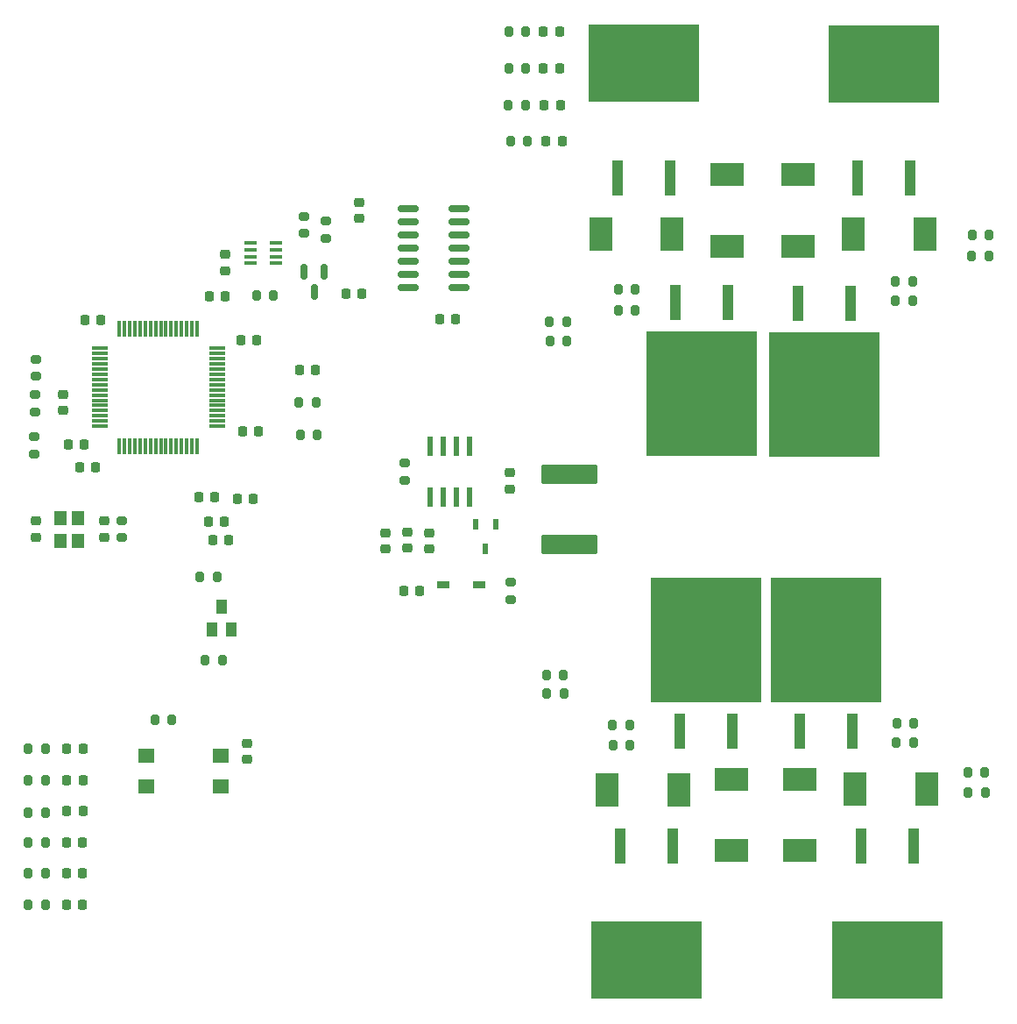
<source format=gbr>
%TF.GenerationSoftware,KiCad,Pcbnew,7.0.10*%
%TF.CreationDate,2024-11-02T13:10:28-06:00*%
%TF.ProjectId,RevA_Mecanismos,52657641-5f4d-4656-9361-6e69736d6f73,rev?*%
%TF.SameCoordinates,Original*%
%TF.FileFunction,Paste,Top*%
%TF.FilePolarity,Positive*%
%FSLAX46Y46*%
G04 Gerber Fmt 4.6, Leading zero omitted, Abs format (unit mm)*
G04 Created by KiCad (PCBNEW 7.0.10) date 2024-11-02 13:10:28*
%MOMM*%
%LPD*%
G01*
G04 APERTURE LIST*
G04 Aperture macros list*
%AMRoundRect*
0 Rectangle with rounded corners*
0 $1 Rounding radius*
0 $2 $3 $4 $5 $6 $7 $8 $9 X,Y pos of 4 corners*
0 Add a 4 corners polygon primitive as box body*
4,1,4,$2,$3,$4,$5,$6,$7,$8,$9,$2,$3,0*
0 Add four circle primitives for the rounded corners*
1,1,$1+$1,$2,$3*
1,1,$1+$1,$4,$5*
1,1,$1+$1,$6,$7*
1,1,$1+$1,$8,$9*
0 Add four rect primitives between the rounded corners*
20,1,$1+$1,$2,$3,$4,$5,0*
20,1,$1+$1,$4,$5,$6,$7,0*
20,1,$1+$1,$6,$7,$8,$9,0*
20,1,$1+$1,$8,$9,$2,$3,0*%
G04 Aperture macros list end*
%ADD10RoundRect,0.200000X-0.200000X-0.275000X0.200000X-0.275000X0.200000X0.275000X-0.200000X0.275000X0*%
%ADD11RoundRect,0.218750X-0.218750X-0.256250X0.218750X-0.256250X0.218750X0.256250X-0.218750X0.256250X0*%
%ADD12R,3.180000X2.250000*%
%ADD13RoundRect,0.200000X-0.275000X0.200000X-0.275000X-0.200000X0.275000X-0.200000X0.275000X0.200000X0*%
%ADD14RoundRect,0.225000X-0.225000X-0.250000X0.225000X-0.250000X0.225000X0.250000X-0.225000X0.250000X0*%
%ADD15RoundRect,0.225000X0.225000X0.250000X-0.225000X0.250000X-0.225000X-0.250000X0.225000X-0.250000X0*%
%ADD16RoundRect,0.225000X0.250000X-0.225000X0.250000X0.225000X-0.250000X0.225000X-0.250000X-0.225000X0*%
%ADD17RoundRect,0.200000X0.200000X0.275000X-0.200000X0.275000X-0.200000X-0.275000X0.200000X-0.275000X0*%
%ADD18R,2.250000X3.180000*%
%ADD19RoundRect,0.200000X0.275000X-0.200000X0.275000X0.200000X-0.275000X0.200000X-0.275000X-0.200000X0*%
%ADD20R,1.041400X3.505200*%
%ADD21R,10.718800X7.569200*%
%ADD22RoundRect,0.218750X0.218750X0.256250X-0.218750X0.256250X-0.218750X-0.256250X0.218750X-0.256250X0*%
%ADD23RoundRect,0.225000X-0.250000X0.225000X-0.250000X-0.225000X0.250000X-0.225000X0.250000X0.225000X0*%
%ADD24R,1.200000X0.450000*%
%ADD25R,10.718800X12.039600*%
%ADD26R,1.200000X1.400000*%
%ADD27R,1.000000X1.400000*%
%ADD28RoundRect,0.150000X-0.825000X-0.150000X0.825000X-0.150000X0.825000X0.150000X-0.825000X0.150000X0*%
%ADD29R,1.150000X0.800000*%
%ADD30R,0.600000X1.000000*%
%ADD31RoundRect,0.150000X-0.150000X0.587500X-0.150000X-0.587500X0.150000X-0.587500X0.150000X0.587500X0*%
%ADD32R,0.533400X1.981200*%
%ADD33RoundRect,0.075000X0.075000X-0.700000X0.075000X0.700000X-0.075000X0.700000X-0.075000X-0.700000X0*%
%ADD34RoundRect,0.075000X0.700000X-0.075000X0.700000X0.075000X-0.700000X0.075000X-0.700000X-0.075000X0*%
%ADD35RoundRect,0.250000X2.475000X-0.712500X2.475000X0.712500X-2.475000X0.712500X-2.475000X-0.712500X0*%
%ADD36R,1.600000X1.400000*%
G04 APERTURE END LIST*
D10*
%TO.C,R34*%
X136175000Y-117675000D03*
X137825000Y-117675000D03*
%TD*%
D11*
%TO.C,D7*%
X83345100Y-118008500D03*
X84920100Y-118008500D03*
%TD*%
D12*
%TO.C,D19*%
X154250000Y-127827500D03*
X154250000Y-120917500D03*
%TD*%
D13*
%TO.C,R40*%
X116025000Y-90375000D03*
X116025000Y-92025000D03*
%TD*%
D14*
%TO.C,C3*%
X83523400Y-88558500D03*
X85073400Y-88558500D03*
%TD*%
%TO.C,C7*%
X96101400Y-93675700D03*
X97651400Y-93675700D03*
%TD*%
D10*
%TO.C,R39*%
X130050800Y-78579200D03*
X131700800Y-78579200D03*
%TD*%
D14*
%TO.C,C18*%
X119425000Y-76525000D03*
X120975000Y-76525000D03*
%TD*%
D10*
%TO.C,R29*%
X163460000Y-74675000D03*
X165110000Y-74675000D03*
%TD*%
%TO.C,R37*%
X129750000Y-112675000D03*
X131400000Y-112675000D03*
%TD*%
D15*
%TO.C,C4*%
X86651400Y-76575700D03*
X85101400Y-76575700D03*
%TD*%
D13*
%TO.C,R6*%
X80183600Y-87860500D03*
X80183600Y-89510500D03*
%TD*%
D14*
%TO.C,C2*%
X100200000Y-78500000D03*
X101750000Y-78500000D03*
%TD*%
D16*
%TO.C,C20*%
X126200000Y-92875000D03*
X126200000Y-91325000D03*
%TD*%
D17*
%TO.C,R16*%
X127734300Y-48751400D03*
X126084300Y-48751400D03*
%TD*%
%TO.C,R36*%
X172500400Y-68367600D03*
X170850400Y-68367600D03*
%TD*%
%TO.C,R17*%
X127723700Y-52250800D03*
X126073700Y-52250800D03*
%TD*%
D18*
%TO.C,D16*%
X135587800Y-121935100D03*
X142497800Y-121935100D03*
%TD*%
D16*
%TO.C,C5*%
X83028400Y-85294900D03*
X83028400Y-83744900D03*
%TD*%
D14*
%TO.C,C6*%
X100325800Y-87288500D03*
X101875800Y-87288500D03*
%TD*%
D17*
%TO.C,R26*%
X131349200Y-110871600D03*
X129699200Y-110871600D03*
%TD*%
D16*
%TO.C,C16*%
X116282000Y-98623900D03*
X116282000Y-97073900D03*
%TD*%
%TO.C,C13*%
X98676400Y-71800700D03*
X98676400Y-70250700D03*
%TD*%
D11*
%TO.C,D10*%
X83307600Y-127008500D03*
X84882600Y-127008500D03*
%TD*%
D19*
%TO.C,R10*%
X108400000Y-68675700D03*
X108400000Y-67025700D03*
%TD*%
D20*
%TO.C,Q6*%
X141909400Y-127371200D03*
D21*
X139369400Y-138419200D03*
D20*
X136829400Y-127371200D03*
%TD*%
D17*
%TO.C,R15*%
X127696800Y-55861900D03*
X126046800Y-55861900D03*
%TD*%
%TO.C,R19*%
X81300100Y-121008500D03*
X79650100Y-121008500D03*
%TD*%
D13*
%TO.C,R1*%
X80259800Y-83771100D03*
X80259800Y-85421100D03*
%TD*%
D15*
%TO.C,C15*%
X107426200Y-81408400D03*
X105876200Y-81408400D03*
%TD*%
D17*
%TO.C,R3*%
X97890000Y-101395000D03*
X96240000Y-101395000D03*
%TD*%
D14*
%TO.C,C23*%
X110325000Y-74025000D03*
X111875000Y-74025000D03*
%TD*%
D22*
%TO.C,D6*%
X130975000Y-52249200D03*
X129400000Y-52249200D03*
%TD*%
D18*
%TO.C,D14*%
X166291900Y-68301000D03*
X159381900Y-68301000D03*
%TD*%
D12*
%TO.C,D13*%
X154030000Y-62534600D03*
X154030000Y-69444600D03*
%TD*%
D11*
%TO.C,D12*%
X83307600Y-133008500D03*
X84882600Y-133008500D03*
%TD*%
D12*
%TO.C,D17*%
X147172000Y-62516100D03*
X147172000Y-69426100D03*
%TD*%
D10*
%TO.C,R35*%
X163597200Y-115482500D03*
X165247200Y-115482500D03*
%TD*%
D23*
%TO.C,C17*%
X118400000Y-97125000D03*
X118400000Y-98675000D03*
%TD*%
D24*
%TO.C,IC1*%
X101107800Y-69144100D03*
X101107800Y-69794100D03*
X101107800Y-70444100D03*
X101107800Y-71094100D03*
X103607800Y-71094100D03*
X103607800Y-70444100D03*
X103607800Y-69794100D03*
X103607800Y-69144100D03*
%TD*%
D16*
%TO.C,C22*%
X111650000Y-66775000D03*
X111650000Y-65225000D03*
%TD*%
D23*
%TO.C,C12*%
X100776400Y-117477500D03*
X100776400Y-119027500D03*
%TD*%
D17*
%TO.C,R33*%
X138325000Y-75675000D03*
X136675000Y-75675000D03*
%TD*%
D10*
%TO.C,R25*%
X170475800Y-122205400D03*
X172125800Y-122205400D03*
%TD*%
D17*
%TO.C,R21*%
X81300100Y-127008500D03*
X79650100Y-127008500D03*
%TD*%
D20*
%TO.C,U6*%
X147249200Y-74879100D03*
D25*
X144709200Y-83692900D03*
D20*
X142169200Y-74879100D03*
%TD*%
D13*
%TO.C,R2*%
X80386800Y-80379700D03*
X80386800Y-82029700D03*
%TD*%
D26*
%TO.C,Y1*%
X84450000Y-97875000D03*
X84450000Y-95675000D03*
X82750000Y-95675000D03*
X82750000Y-97875000D03*
%TD*%
D20*
%TO.C,Q5*%
X159821200Y-62890800D03*
D21*
X162361200Y-51842800D03*
D20*
X164901200Y-62890800D03*
%TD*%
D27*
%TO.C,Q1*%
X97376400Y-106425700D03*
X99276400Y-106425700D03*
X98326400Y-104225700D03*
%TD*%
D11*
%TO.C,D11*%
X83307600Y-130008500D03*
X84882600Y-130008500D03*
%TD*%
D28*
%TO.C,U8*%
X116325000Y-65790000D03*
X116325000Y-67060000D03*
X116325000Y-68330000D03*
X116325000Y-69600000D03*
X116325000Y-70870000D03*
X116325000Y-72140000D03*
X116325000Y-73410000D03*
X121275000Y-73410000D03*
X121275000Y-72140000D03*
X121275000Y-70870000D03*
X121275000Y-69600000D03*
X121275000Y-68330000D03*
X121275000Y-67060000D03*
X121275000Y-65790000D03*
%TD*%
D23*
%TO.C,C10*%
X80350000Y-96000000D03*
X80350000Y-97550000D03*
%TD*%
D22*
%TO.C,D4*%
X131075000Y-55849200D03*
X129500000Y-55849200D03*
%TD*%
D29*
%TO.C,Z1*%
X119725000Y-102150000D03*
X123225000Y-102150000D03*
%TD*%
D18*
%TO.C,D20*%
X166464900Y-121859400D03*
X159554900Y-121859400D03*
%TD*%
D17*
%TO.C,R31*%
X137750000Y-115675000D03*
X136100000Y-115675000D03*
%TD*%
%TO.C,R38*%
X172075000Y-120275000D03*
X170425000Y-120275000D03*
%TD*%
D30*
%TO.C,Q2*%
X124800000Y-96300000D03*
X122900000Y-96300000D03*
X123850000Y-98700000D03*
%TD*%
D10*
%TO.C,R28*%
X136675000Y-73617600D03*
X138325000Y-73617600D03*
%TD*%
D16*
%TO.C,C21*%
X114150000Y-98675000D03*
X114150000Y-97125000D03*
%TD*%
D13*
%TO.C,R5*%
X88716100Y-95937700D03*
X88716100Y-97587700D03*
%TD*%
D20*
%TO.C,Q4*%
X165201200Y-127345800D03*
D21*
X162661200Y-138393800D03*
D20*
X160121200Y-127345800D03*
%TD*%
D17*
%TO.C,R4*%
X98395400Y-109386500D03*
X96745400Y-109386500D03*
%TD*%
D20*
%TO.C,U5*%
X154250000Y-116320700D03*
D25*
X156790000Y-107506900D03*
D20*
X159330000Y-116320700D03*
%TD*%
D18*
%TO.C,D18*%
X134978800Y-68301000D03*
X141888800Y-68301000D03*
%TD*%
D20*
%TO.C,U4*%
X159140000Y-74961200D03*
D25*
X156600000Y-83775000D03*
D20*
X154060000Y-74961200D03*
%TD*%
D31*
%TO.C,D2*%
X108226400Y-71950700D03*
X106326400Y-71950700D03*
X107276400Y-73825700D03*
%TD*%
D20*
%TO.C,U7*%
X142642200Y-116320700D03*
D25*
X145182200Y-107506900D03*
D20*
X147722200Y-116320700D03*
%TD*%
D16*
%TO.C,C11*%
X86983700Y-97529900D03*
X86983700Y-95979900D03*
%TD*%
D14*
%TO.C,C19*%
X115900000Y-102725000D03*
X117450000Y-102725000D03*
%TD*%
D17*
%TO.C,R7*%
X93517600Y-115152300D03*
X91867600Y-115152300D03*
%TD*%
%TO.C,R24*%
X131650000Y-76725000D03*
X130000000Y-76725000D03*
%TD*%
%TO.C,R30*%
X165196400Y-117412900D03*
X163546400Y-117412900D03*
%TD*%
D32*
%TO.C,CR1*%
X122255000Y-88761200D03*
X120985000Y-88761200D03*
X119715000Y-88761200D03*
X118445000Y-88761200D03*
X118445000Y-93688800D03*
X119715000Y-93688800D03*
X120985000Y-93688800D03*
X122255000Y-93688800D03*
%TD*%
D11*
%TO.C,D9*%
X83345100Y-124008500D03*
X84920100Y-124008500D03*
%TD*%
D10*
%TO.C,R9*%
X101701400Y-74225700D03*
X103351400Y-74225700D03*
%TD*%
D14*
%TO.C,C8*%
X99817500Y-93837500D03*
X101367500Y-93837500D03*
%TD*%
D17*
%TO.C,R18*%
X81300100Y-118008500D03*
X79650100Y-118008500D03*
%TD*%
D10*
%TO.C,R13*%
X105787800Y-84545300D03*
X107437800Y-84545300D03*
%TD*%
D33*
%TO.C,U1*%
X88447800Y-88747100D03*
X88947800Y-88747100D03*
X89447800Y-88747100D03*
X89947800Y-88747100D03*
X90447800Y-88747100D03*
X90947800Y-88747100D03*
X91447800Y-88747100D03*
X91947800Y-88747100D03*
X92447800Y-88747100D03*
X92947800Y-88747100D03*
X93447800Y-88747100D03*
X93947800Y-88747100D03*
X94447800Y-88747100D03*
X94947800Y-88747100D03*
X95447800Y-88747100D03*
X95947800Y-88747100D03*
D34*
X97872800Y-86822100D03*
X97872800Y-86322100D03*
X97872800Y-85822100D03*
X97872800Y-85322100D03*
X97872800Y-84822100D03*
X97872800Y-84322100D03*
X97872800Y-83822100D03*
X97872800Y-83322100D03*
X97872800Y-82822100D03*
X97872800Y-82322100D03*
X97872800Y-81822100D03*
X97872800Y-81322100D03*
X97872800Y-80822100D03*
X97872800Y-80322100D03*
X97872800Y-79822100D03*
X97872800Y-79322100D03*
D33*
X95947800Y-77397100D03*
X95447800Y-77397100D03*
X94947800Y-77397100D03*
X94447800Y-77397100D03*
X93947800Y-77397100D03*
X93447800Y-77397100D03*
X92947800Y-77397100D03*
X92447800Y-77397100D03*
X91947800Y-77397100D03*
X91447800Y-77397100D03*
X90947800Y-77397100D03*
X90447800Y-77397100D03*
X89947800Y-77397100D03*
X89447800Y-77397100D03*
X88947800Y-77397100D03*
X88447800Y-77397100D03*
D34*
X86522800Y-79322100D03*
X86522800Y-79822100D03*
X86522800Y-80322100D03*
X86522800Y-80822100D03*
X86522800Y-81322100D03*
X86522800Y-81822100D03*
X86522800Y-82322100D03*
X86522800Y-82822100D03*
X86522800Y-83322100D03*
X86522800Y-83822100D03*
X86522800Y-84322100D03*
X86522800Y-84822100D03*
X86522800Y-85322100D03*
X86522800Y-85822100D03*
X86522800Y-86322100D03*
X86522800Y-86822100D03*
%TD*%
D17*
%TO.C,R12*%
X107590200Y-87694900D03*
X105940200Y-87694900D03*
%TD*%
%TO.C,R32*%
X165110000Y-72872200D03*
X163460000Y-72872200D03*
%TD*%
%TO.C,R20*%
X81300100Y-124118500D03*
X79650100Y-124118500D03*
%TD*%
D20*
%TO.C,Q3*%
X136571600Y-62828300D03*
D21*
X139111600Y-51780300D03*
D20*
X141651600Y-62828300D03*
%TD*%
D15*
%TO.C,C9*%
X99001400Y-97825700D03*
X97451400Y-97825700D03*
%TD*%
D11*
%TO.C,FB1*%
X97050000Y-96025000D03*
X98625000Y-96025000D03*
%TD*%
D22*
%TO.C,D5*%
X130982400Y-48750200D03*
X129407400Y-48750200D03*
%TD*%
%TO.C,D3*%
X131262500Y-59299200D03*
X129687500Y-59299200D03*
%TD*%
D17*
%TO.C,R22*%
X81300100Y-130008500D03*
X79650100Y-130008500D03*
%TD*%
D10*
%TO.C,R27*%
X170825000Y-70425000D03*
X172475000Y-70425000D03*
%TD*%
D35*
%TO.C,F1*%
X131950000Y-98287500D03*
X131950000Y-91512500D03*
%TD*%
D19*
%TO.C,R11*%
X126250000Y-103550000D03*
X126250000Y-101900000D03*
%TD*%
D11*
%TO.C,D8*%
X83345100Y-121008500D03*
X84920100Y-121008500D03*
%TD*%
D13*
%TO.C,R8*%
X106276400Y-66575700D03*
X106276400Y-68225700D03*
%TD*%
D36*
%TO.C,SW1*%
X91061600Y-118630700D03*
X98261600Y-118630700D03*
X91061600Y-121630700D03*
X98261600Y-121630700D03*
%TD*%
D12*
%TO.C,D15*%
X147646000Y-127820600D03*
X147646000Y-120910600D03*
%TD*%
D14*
%TO.C,C1*%
X84575000Y-90775000D03*
X86125000Y-90775000D03*
%TD*%
D17*
%TO.C,R23*%
X81300100Y-133008500D03*
X79650100Y-133008500D03*
%TD*%
%TO.C,R14*%
X127900000Y-59275000D03*
X126250000Y-59275000D03*
%TD*%
D14*
%TO.C,C14*%
X97115000Y-74325000D03*
X98665000Y-74325000D03*
%TD*%
M02*

</source>
